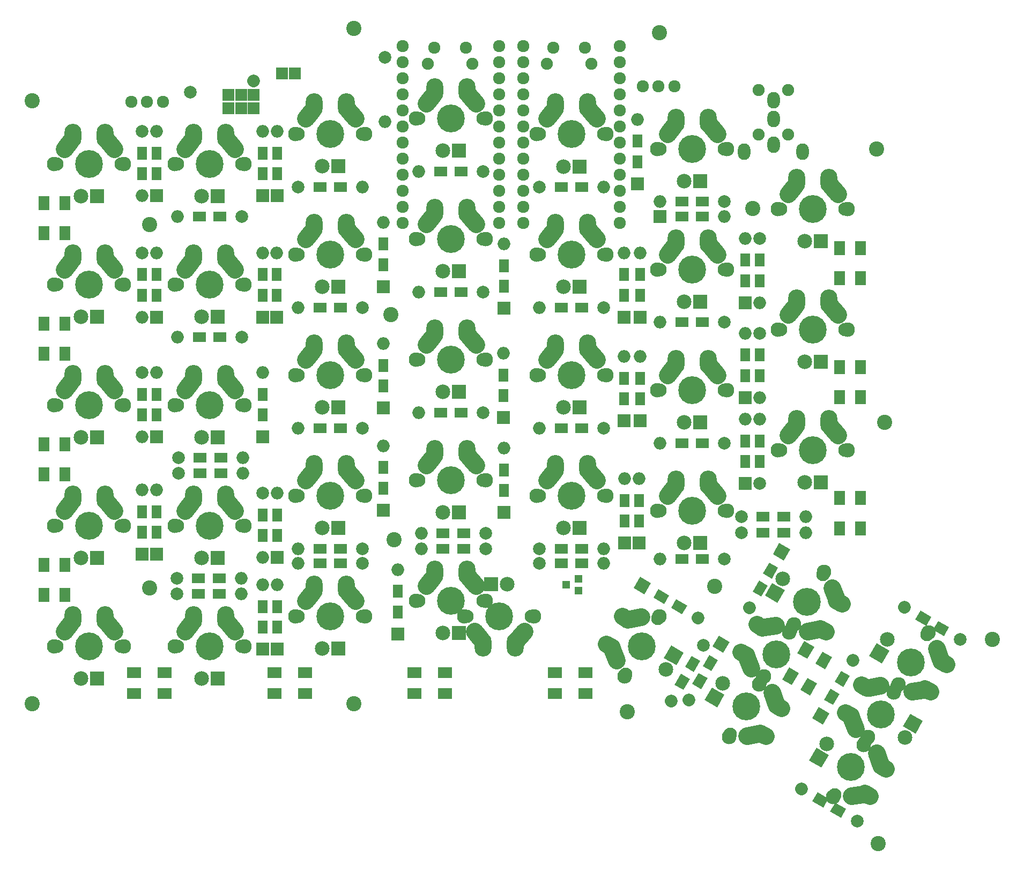
<source format=gbs>
G04 #@! TF.FileFunction,Soldermask,Bot*
%FSLAX46Y46*%
G04 Gerber Fmt 4.6, Leading zero omitted, Abs format (unit mm)*
G04 Created by KiCad (PCBNEW 4.0.7) date 07/12/18 18:39:29*
%MOMM*%
%LPD*%
G01*
G04 APERTURE LIST*
%ADD10C,0.100000*%
%ADD11C,2.400000*%
%ADD12C,4.400000*%
%ADD13C,2.300000*%
%ADD14C,2.800000*%
%ADD15O,2.700000X3.737000*%
%ADD16C,2.100000*%
%ADD17C,1.924000*%
%ADD18C,2.000000*%
%ADD19C,2.000000*%
%ADD20O,2.000000X2.000000*%
%ADD21R,1.924000X1.924000*%
%ADD22C,1.900000*%
%ADD23R,1.600000X2.000000*%
%ADD24R,2.000000X1.600000*%
%ADD25C,2.305000*%
%ADD26R,2.305000X2.305000*%
%ADD27R,1.300000X1.200000*%
%ADD28C,2.700000*%
%ADD29R,2.000000X2.000000*%
%ADD30R,1.800000X2.200000*%
%ADD31R,2.200000X1.800000*%
%ADD32O,2.000000X2.600000*%
G04 APERTURE END LIST*
D10*
D11*
X177038000Y-37211000D03*
X77978000Y-48006000D03*
X211328000Y-55626000D03*
X77978000Y-143256000D03*
X128778000Y-143256000D03*
X171958000Y-144526000D03*
X212598000Y-98806000D03*
X211582000Y-165354000D03*
X229616000Y-133096000D03*
D12*
X144145000Y-127031750D03*
D13*
X149645000Y-127031750D03*
X138645000Y-127031750D03*
D14*
X148083558Y-124644959D02*
X146926540Y-123266079D01*
X141363460Y-123266079D02*
X140206442Y-124644959D01*
D15*
X141625000Y-122531750D03*
X146665000Y-122531750D03*
D16*
X139065000Y-127031750D03*
X149225000Y-127031750D03*
D12*
X125095000Y-110363000D03*
D13*
X119595000Y-110363000D03*
X130595000Y-110363000D03*
D14*
X121156442Y-107976209D02*
X122313460Y-106597329D01*
X127876540Y-106597329D02*
X129033558Y-107976209D01*
D15*
X127615000Y-105863000D03*
X122575000Y-105863000D03*
D16*
X130175000Y-110363000D03*
X120015000Y-110363000D03*
D12*
X125095000Y-91313000D03*
D13*
X119595000Y-91313000D03*
X130595000Y-91313000D03*
D14*
X121156442Y-88926209D02*
X122313460Y-87547329D01*
X127876540Y-87547329D02*
X129033558Y-88926209D01*
D15*
X127615000Y-86813000D03*
X122575000Y-86813000D03*
D16*
X130175000Y-91313000D03*
X120015000Y-91313000D03*
D12*
X86995000Y-115125500D03*
D13*
X92495000Y-115125500D03*
X81495000Y-115125500D03*
D14*
X90933558Y-112738709D02*
X89776540Y-111359829D01*
X84213460Y-111359829D02*
X83056442Y-112738709D01*
D15*
X84475000Y-110625500D03*
X89515000Y-110625500D03*
D16*
X81915000Y-115125500D03*
X92075000Y-115125500D03*
D12*
X86995000Y-57975500D03*
D13*
X92495000Y-57975500D03*
X81495000Y-57975500D03*
D14*
X90933558Y-55588709D02*
X89776540Y-54209829D01*
X84213460Y-54209829D02*
X83056442Y-55588709D01*
D15*
X84475000Y-53475500D03*
X89515000Y-53475500D03*
D16*
X81915000Y-57975500D03*
X92075000Y-57975500D03*
D12*
X182245000Y-55594250D03*
D13*
X176745000Y-55594250D03*
X187745000Y-55594250D03*
D14*
X178306442Y-53207459D02*
X179463460Y-51828579D01*
X185026540Y-51828579D02*
X186183558Y-53207459D01*
D15*
X184765000Y-51094250D03*
X179725000Y-51094250D03*
D16*
X187325000Y-55594250D03*
X177165000Y-55594250D03*
D17*
X170815000Y-39370000D03*
X170815000Y-41910000D03*
X170815000Y-44450000D03*
X170815000Y-46990000D03*
X170815000Y-49530000D03*
X170815000Y-52070000D03*
X170815000Y-54610000D03*
X170815000Y-57150000D03*
X170815000Y-59690000D03*
X170815000Y-62230000D03*
X170815000Y-64770000D03*
X170815000Y-67310000D03*
X155575000Y-67310000D03*
X155575000Y-64770000D03*
X155575000Y-62230000D03*
X155575000Y-59690000D03*
X155575000Y-57150000D03*
X155575000Y-54610000D03*
X155575000Y-52070000D03*
X155575000Y-49530000D03*
X155575000Y-46990000D03*
X155575000Y-44450000D03*
X155575000Y-41910000D03*
X155575000Y-39370000D03*
D18*
X102997000Y-46609000D03*
D19*
X113002647Y-44844735D02*
X113002647Y-44844735D01*
D18*
X133731000Y-41148000D03*
D20*
X133731000Y-51308000D03*
D21*
X119491000Y-43688000D03*
X117491000Y-43688000D03*
D17*
X160314000Y-39624000D03*
X165314000Y-39624000D03*
D22*
X159314000Y-42124000D03*
X166314000Y-42124000D03*
D17*
X96139000Y-48133000D03*
X93639000Y-48133000D03*
X98639000Y-48133000D03*
X176911000Y-45720000D03*
X174411000Y-45720000D03*
X179411000Y-45720000D03*
X146518000Y-39624000D03*
X141518000Y-39624000D03*
D22*
X147518000Y-42124000D03*
X140518000Y-42124000D03*
D23*
X95377000Y-59542000D03*
D18*
X95377000Y-52832000D03*
D20*
X95377000Y-62992000D03*
D23*
X95377000Y-56282000D03*
D24*
X104415000Y-66294000D03*
D18*
X111125000Y-66294000D03*
D20*
X100965000Y-66294000D03*
D24*
X107675000Y-66294000D03*
X126725000Y-61595000D03*
D18*
X120015000Y-61595000D03*
D20*
X130175000Y-61595000D03*
D24*
X123465000Y-61595000D03*
X142515000Y-59182000D03*
D18*
X149225000Y-59182000D03*
D20*
X139065000Y-59182000D03*
D24*
X145775000Y-59182000D03*
X164825000Y-61595000D03*
D18*
X158115000Y-61595000D03*
D20*
X168275000Y-61595000D03*
D24*
X161565000Y-61595000D03*
X180615000Y-63881000D03*
D18*
X187325000Y-63881000D03*
D20*
X177165000Y-63881000D03*
D24*
X183875000Y-63881000D03*
D23*
X192913000Y-76433000D03*
D18*
X192913000Y-69723000D03*
D20*
X192913000Y-79883000D03*
D23*
X192913000Y-73173000D03*
X95377000Y-78719000D03*
D18*
X95377000Y-72009000D03*
D20*
X95377000Y-82169000D03*
D23*
X95377000Y-75459000D03*
D24*
X104415000Y-85344000D03*
D18*
X111125000Y-85344000D03*
D20*
X100965000Y-85344000D03*
D24*
X107675000Y-85344000D03*
X123465000Y-80645000D03*
D18*
X130175000Y-80645000D03*
D20*
X120015000Y-80645000D03*
D24*
X126725000Y-80645000D03*
X164825000Y-121031000D03*
D18*
X158115000Y-121031000D03*
D20*
X168275000Y-121031000D03*
D24*
X161565000Y-121031000D03*
X142515000Y-78232000D03*
D18*
X149225000Y-78232000D03*
D20*
X139065000Y-78232000D03*
D24*
X145775000Y-78232000D03*
X161565000Y-80645000D03*
D18*
X168275000Y-80645000D03*
D20*
X158115000Y-80645000D03*
D24*
X164825000Y-80645000D03*
X180615000Y-82931000D03*
D18*
X187325000Y-82931000D03*
D20*
X177165000Y-82931000D03*
D24*
X183875000Y-82931000D03*
D23*
X192913000Y-91419000D03*
D18*
X192913000Y-84709000D03*
D20*
X192913000Y-94869000D03*
D23*
X192913000Y-88159000D03*
X95377000Y-97642000D03*
D18*
X95377000Y-90932000D03*
D20*
X95377000Y-101092000D03*
D23*
X95377000Y-94382000D03*
D24*
X107802000Y-104394000D03*
D18*
X101092000Y-104394000D03*
D20*
X111252000Y-104394000D03*
D24*
X104542000Y-104394000D03*
X123465000Y-99695000D03*
D18*
X130175000Y-99695000D03*
D20*
X120015000Y-99695000D03*
D24*
X126725000Y-99695000D03*
X142515000Y-97282000D03*
D18*
X149225000Y-97282000D03*
D20*
X139065000Y-97282000D03*
D24*
X145775000Y-97282000D03*
X161565000Y-99695000D03*
D18*
X168275000Y-99695000D03*
D20*
X158115000Y-99695000D03*
D24*
X164825000Y-99695000D03*
X180615000Y-102108000D03*
D18*
X187325000Y-102108000D03*
D20*
X177165000Y-102108000D03*
D24*
X183875000Y-102108000D03*
D23*
X192913000Y-101748000D03*
D18*
X192913000Y-108458000D03*
D20*
X192913000Y-98298000D03*
D23*
X192913000Y-105008000D03*
D24*
X107802000Y-106807000D03*
D18*
X101092000Y-106807000D03*
D20*
X111252000Y-106807000D03*
D24*
X104542000Y-106807000D03*
D23*
X114427000Y-116692000D03*
D18*
X114427000Y-109982000D03*
D20*
X114427000Y-120142000D03*
D23*
X114427000Y-113432000D03*
D24*
X123465000Y-118745000D03*
D18*
X130175000Y-118745000D03*
D20*
X120015000Y-118745000D03*
D24*
X126725000Y-118745000D03*
X142896000Y-116332000D03*
D18*
X149606000Y-116332000D03*
D20*
X139446000Y-116332000D03*
D24*
X146156000Y-116332000D03*
X164825000Y-118745000D03*
D18*
X158115000Y-118745000D03*
D20*
X168275000Y-118745000D03*
D24*
X161565000Y-118745000D03*
X180615000Y-120396000D03*
D18*
X187325000Y-120396000D03*
D20*
X177165000Y-120396000D03*
D24*
X183875000Y-120396000D03*
D10*
G36*
X180475180Y-138530005D02*
X181860820Y-139330005D01*
X180860820Y-141062055D01*
X179475180Y-140262055D01*
X180475180Y-138530005D01*
X180475180Y-138530005D01*
G37*
D18*
X184023000Y-133985000D03*
D19*
X178943000Y-142783818D02*
X178943000Y-142783818D01*
D10*
G36*
X182105180Y-135706763D02*
X183490820Y-136506763D01*
X182490820Y-138238813D01*
X181105180Y-137438813D01*
X182105180Y-135706763D01*
X182105180Y-135706763D01*
G37*
D24*
X107548000Y-123444000D03*
D18*
X100838000Y-123444000D03*
D20*
X110998000Y-123444000D03*
D24*
X104288000Y-123444000D03*
X107548000Y-125857000D03*
D18*
X100838000Y-125857000D03*
D20*
X110998000Y-125857000D03*
D24*
X104288000Y-125857000D03*
X123465000Y-121031000D03*
D18*
X130175000Y-121031000D03*
D20*
X120015000Y-121031000D03*
D24*
X126725000Y-121031000D03*
X142896000Y-118745000D03*
D18*
X149606000Y-118745000D03*
D20*
X139446000Y-118745000D03*
D24*
X146156000Y-118745000D03*
D25*
X85725000Y-63055500D03*
D26*
X88265000Y-63055500D03*
D25*
X104775000Y-63055500D03*
D26*
X107315000Y-63055500D03*
D25*
X123825000Y-58293000D03*
D26*
X126365000Y-58293000D03*
D25*
X142875000Y-55911750D03*
D26*
X145415000Y-55911750D03*
D25*
X161925000Y-58420000D03*
D26*
X164465000Y-58420000D03*
D25*
X180975000Y-60674250D03*
D26*
X183515000Y-60674250D03*
D25*
X200025000Y-70199250D03*
D26*
X202565000Y-70199250D03*
D25*
X85725000Y-82105500D03*
D26*
X88265000Y-82105500D03*
D25*
X104775000Y-82105500D03*
D26*
X107315000Y-82105500D03*
D25*
X123825000Y-77343000D03*
D26*
X126365000Y-77343000D03*
D25*
X142875000Y-74961750D03*
D26*
X145415000Y-74961750D03*
D25*
X161925000Y-77343000D03*
D26*
X164465000Y-77343000D03*
D25*
X180975000Y-79724250D03*
D26*
X183515000Y-79724250D03*
D25*
X200025000Y-89249250D03*
D26*
X202565000Y-89249250D03*
D25*
X85725000Y-101155500D03*
D26*
X88265000Y-101155500D03*
D25*
X104775000Y-101155500D03*
D26*
X107315000Y-101155500D03*
D25*
X123825000Y-96393000D03*
D26*
X126365000Y-96393000D03*
D25*
X142875000Y-94011750D03*
D26*
X145415000Y-94011750D03*
D25*
X161925000Y-96393000D03*
D26*
X164465000Y-96393000D03*
D25*
X180975000Y-98774250D03*
D26*
X183515000Y-98774250D03*
D25*
X200025000Y-108299250D03*
D26*
X202565000Y-108299250D03*
D25*
X85725000Y-120205500D03*
D26*
X88265000Y-120205500D03*
D25*
X104775000Y-120205500D03*
D26*
X107315000Y-120205500D03*
D25*
X123825000Y-115443000D03*
D26*
X126365000Y-115443000D03*
D25*
X142875000Y-113061750D03*
D26*
X145415000Y-113061750D03*
D25*
X161925000Y-115443000D03*
D26*
X164465000Y-115443000D03*
D25*
X180975000Y-117824250D03*
D26*
X183515000Y-117824250D03*
D25*
X178056409Y-137815102D03*
D10*
G36*
X179748253Y-137189742D02*
X177752065Y-136037242D01*
X178904565Y-134041054D01*
X180900753Y-135193554D01*
X179748253Y-137189742D01*
X179748253Y-137189742D01*
G37*
D25*
X85725000Y-139255500D03*
D26*
X88265000Y-139255500D03*
D25*
X104775000Y-139255500D03*
D26*
X107315000Y-139255500D03*
D25*
X123825000Y-134493000D03*
D26*
X126365000Y-134493000D03*
D25*
X142875000Y-132111750D03*
D26*
X145415000Y-132111750D03*
D17*
X136525000Y-39370000D03*
X136525000Y-41910000D03*
X136525000Y-44450000D03*
X136525000Y-46990000D03*
X136525000Y-49530000D03*
X136525000Y-52070000D03*
X136525000Y-54610000D03*
X136525000Y-57150000D03*
X136525000Y-59690000D03*
X136525000Y-62230000D03*
X136525000Y-64770000D03*
X136525000Y-67310000D03*
X151765000Y-67310000D03*
X151765000Y-64770000D03*
X151765000Y-62230000D03*
X151765000Y-59690000D03*
X151765000Y-57150000D03*
X151765000Y-54610000D03*
X151765000Y-52070000D03*
X151765000Y-49530000D03*
X151765000Y-46990000D03*
X151765000Y-44450000D03*
X151765000Y-41910000D03*
X151765000Y-39370000D03*
D25*
X153035000Y-124333000D03*
D26*
X150495000Y-124333000D03*
D10*
G36*
X206112820Y-140615995D02*
X204727180Y-139815995D01*
X205727180Y-138083945D01*
X207112820Y-138883945D01*
X206112820Y-140615995D01*
X206112820Y-140615995D01*
G37*
G36*
X202931025Y-146527025D02*
X201198975Y-145527025D01*
X202198975Y-143794975D01*
X203931025Y-144794975D01*
X202931025Y-146527025D01*
X202931025Y-146527025D01*
G37*
D19*
X207645000Y-136362182D02*
X207645000Y-136362182D01*
D10*
G36*
X204482820Y-143439237D02*
X203097180Y-142639237D01*
X204097180Y-140907187D01*
X205482820Y-141707187D01*
X204482820Y-143439237D01*
X204482820Y-143439237D01*
G37*
D27*
X164322000Y-125410000D03*
X164322000Y-123510000D03*
X162322000Y-124460000D03*
D12*
X86995000Y-77025500D03*
D13*
X92495000Y-77025500D03*
X81495000Y-77025500D03*
D14*
X90933558Y-74638709D02*
X89776540Y-73259829D01*
X84213460Y-73259829D02*
X83056442Y-74638709D01*
D15*
X84475000Y-72525500D03*
X89515000Y-72525500D03*
D16*
X81915000Y-77025500D03*
X92075000Y-77025500D03*
D12*
X86995000Y-96075500D03*
D13*
X92495000Y-96075500D03*
X81495000Y-96075500D03*
D14*
X90933558Y-93688709D02*
X89776540Y-92309829D01*
X84213460Y-92309829D02*
X83056442Y-93688709D01*
D15*
X84475000Y-91575500D03*
X89515000Y-91575500D03*
D16*
X81915000Y-96075500D03*
X92075000Y-96075500D03*
D12*
X106045000Y-57975500D03*
D13*
X100545000Y-57975500D03*
X111545000Y-57975500D03*
D14*
X102106442Y-55588709D02*
X103263460Y-54209829D01*
X108826540Y-54209829D02*
X109983558Y-55588709D01*
D15*
X108565000Y-53475500D03*
X103525000Y-53475500D03*
D16*
X111125000Y-57975500D03*
X100965000Y-57975500D03*
D12*
X106045000Y-77025500D03*
D13*
X100545000Y-77025500D03*
X111545000Y-77025500D03*
D14*
X102106442Y-74638709D02*
X103263460Y-73259829D01*
X108826540Y-73259829D02*
X109983558Y-74638709D01*
D15*
X108565000Y-72525500D03*
X103525000Y-72525500D03*
D16*
X111125000Y-77025500D03*
X100965000Y-77025500D03*
D12*
X106045000Y-96075500D03*
D13*
X100545000Y-96075500D03*
X111545000Y-96075500D03*
D14*
X102106442Y-93688709D02*
X103263460Y-92309829D01*
X108826540Y-92309829D02*
X109983558Y-93688709D01*
D15*
X108565000Y-91575500D03*
X103525000Y-91575500D03*
D16*
X111125000Y-96075500D03*
X100965000Y-96075500D03*
D12*
X106045000Y-115125500D03*
D13*
X100545000Y-115125500D03*
X111545000Y-115125500D03*
D14*
X102106442Y-112738709D02*
X103263460Y-111359829D01*
X108826540Y-111359829D02*
X109983558Y-112738709D01*
D15*
X108565000Y-110625500D03*
X103525000Y-110625500D03*
D16*
X111125000Y-115125500D03*
X100965000Y-115125500D03*
D12*
X125095000Y-53213000D03*
D13*
X130595000Y-53213000D03*
X119595000Y-53213000D03*
D14*
X129033558Y-50826209D02*
X127876540Y-49447329D01*
X122313460Y-49447329D02*
X121156442Y-50826209D01*
D15*
X122575000Y-48713000D03*
X127615000Y-48713000D03*
D16*
X120015000Y-53213000D03*
X130175000Y-53213000D03*
D12*
X125095000Y-72263000D03*
D13*
X130595000Y-72263000D03*
X119595000Y-72263000D03*
D14*
X129033558Y-69876209D02*
X127876540Y-68497329D01*
X122313460Y-68497329D02*
X121156442Y-69876209D01*
D15*
X122575000Y-67763000D03*
X127615000Y-67763000D03*
D16*
X120015000Y-72263000D03*
X130175000Y-72263000D03*
D12*
X144145000Y-50831750D03*
D13*
X138645000Y-50831750D03*
X149645000Y-50831750D03*
D14*
X140206442Y-48444959D02*
X141363460Y-47066079D01*
X146926540Y-47066079D02*
X148083558Y-48444959D01*
D15*
X146665000Y-46331750D03*
X141625000Y-46331750D03*
D16*
X149225000Y-50831750D03*
X139065000Y-50831750D03*
D12*
X144145000Y-69881750D03*
D13*
X138645000Y-69881750D03*
X149645000Y-69881750D03*
D14*
X140206442Y-67494959D02*
X141363460Y-66116079D01*
X146926540Y-66116079D02*
X148083558Y-67494959D01*
D15*
X146665000Y-65381750D03*
X141625000Y-65381750D03*
D16*
X149225000Y-69881750D03*
X139065000Y-69881750D03*
D12*
X144145000Y-88931750D03*
D13*
X138645000Y-88931750D03*
X149645000Y-88931750D03*
D14*
X140206442Y-86544959D02*
X141363460Y-85166079D01*
X146926540Y-85166079D02*
X148083558Y-86544959D01*
D15*
X146665000Y-84431750D03*
X141625000Y-84431750D03*
D16*
X149225000Y-88931750D03*
X139065000Y-88931750D03*
D12*
X144145000Y-107981750D03*
D13*
X138645000Y-107981750D03*
X149645000Y-107981750D03*
D14*
X140206442Y-105594959D02*
X141363460Y-104216079D01*
X146926540Y-104216079D02*
X148083558Y-105594959D01*
D15*
X146665000Y-103481750D03*
X141625000Y-103481750D03*
D16*
X149225000Y-107981750D03*
X139065000Y-107981750D03*
D12*
X163195000Y-53213000D03*
D13*
X157695000Y-53213000D03*
X168695000Y-53213000D03*
D14*
X159256442Y-50826209D02*
X160413460Y-49447329D01*
X165976540Y-49447329D02*
X167133558Y-50826209D01*
D15*
X165715000Y-48713000D03*
X160675000Y-48713000D03*
D16*
X168275000Y-53213000D03*
X158115000Y-53213000D03*
D12*
X163195000Y-72263000D03*
D13*
X157695000Y-72263000D03*
X168695000Y-72263000D03*
D14*
X159256442Y-69876209D02*
X160413460Y-68497329D01*
X165976540Y-68497329D02*
X167133558Y-69876209D01*
D15*
X165715000Y-67763000D03*
X160675000Y-67763000D03*
D16*
X168275000Y-72263000D03*
X158115000Y-72263000D03*
D12*
X163195000Y-91313000D03*
D13*
X157695000Y-91313000D03*
X168695000Y-91313000D03*
D14*
X159256442Y-88926209D02*
X160413460Y-87547329D01*
X165976540Y-87547329D02*
X167133558Y-88926209D01*
D15*
X165715000Y-86813000D03*
X160675000Y-86813000D03*
D16*
X168275000Y-91313000D03*
X158115000Y-91313000D03*
D12*
X163195000Y-110363000D03*
D13*
X157695000Y-110363000D03*
X168695000Y-110363000D03*
D14*
X159256442Y-107976209D02*
X160413460Y-106597329D01*
X165976540Y-106597329D02*
X167133558Y-107976209D01*
D15*
X165715000Y-105863000D03*
X160675000Y-105863000D03*
D16*
X168275000Y-110363000D03*
X158115000Y-110363000D03*
D12*
X182245000Y-74644250D03*
D13*
X187745000Y-74644250D03*
X176745000Y-74644250D03*
D14*
X186183558Y-72257459D02*
X185026540Y-70878579D01*
X179463460Y-70878579D02*
X178306442Y-72257459D01*
D15*
X179725000Y-70144250D03*
X184765000Y-70144250D03*
D16*
X177165000Y-74644250D03*
X187325000Y-74644250D03*
D12*
X182245000Y-93694250D03*
D13*
X187745000Y-93694250D03*
X176745000Y-93694250D03*
D14*
X186183558Y-91307459D02*
X185026540Y-89928579D01*
X179463460Y-89928579D02*
X178306442Y-91307459D01*
D15*
X179725000Y-89194250D03*
X184765000Y-89194250D03*
D16*
X177165000Y-93694250D03*
X187325000Y-93694250D03*
D12*
X182245000Y-112744250D03*
D13*
X187745000Y-112744250D03*
X176745000Y-112744250D03*
D14*
X186183558Y-110357459D02*
X185026540Y-108978579D01*
X179463460Y-108978579D02*
X178306442Y-110357459D01*
D15*
X179725000Y-108244250D03*
X184765000Y-108244250D03*
D16*
X177165000Y-112744250D03*
X187325000Y-112744250D03*
D12*
X201295000Y-65119250D03*
D13*
X195795000Y-65119250D03*
X206795000Y-65119250D03*
D14*
X197356442Y-62732459D02*
X198513460Y-61353579D01*
X204076540Y-61353579D02*
X205233558Y-62732459D01*
D15*
X203815000Y-60619250D03*
X198775000Y-60619250D03*
D16*
X206375000Y-65119250D03*
X196215000Y-65119250D03*
D12*
X201295000Y-84169250D03*
D13*
X195795000Y-84169250D03*
X206795000Y-84169250D03*
D14*
X197356442Y-81782459D02*
X198513460Y-80403579D01*
X204076540Y-80403579D02*
X205233558Y-81782459D01*
D15*
X203815000Y-79669250D03*
X198775000Y-79669250D03*
D16*
X206375000Y-84169250D03*
X196215000Y-84169250D03*
D12*
X201295000Y-103219250D03*
D13*
X195795000Y-103219250D03*
X206795000Y-103219250D03*
D14*
X197356442Y-100832459D02*
X198513460Y-99453579D01*
X204076540Y-99453579D02*
X205233558Y-100832459D01*
D15*
X203815000Y-98719250D03*
X198775000Y-98719250D03*
D16*
X206375000Y-103219250D03*
X196215000Y-103219250D03*
D12*
X200315000Y-127202300D03*
D13*
X203065000Y-122439160D03*
X197565000Y-131965440D03*
D14*
X204351301Y-124984805D02*
X204966937Y-126676251D01*
X202185397Y-131494020D02*
X200412743Y-131806586D01*
D28*
X203401148Y-131893934D02*
X202503080Y-131375434D01*
X205921148Y-127529166D02*
X205023080Y-127010666D01*
D16*
X197775000Y-131601709D03*
X202855000Y-122802891D03*
D12*
X86995000Y-134175500D03*
D13*
X92495000Y-134175500D03*
X81495000Y-134175500D03*
D14*
X90933558Y-131788709D02*
X89776540Y-130409829D01*
X84213460Y-130409829D02*
X83056442Y-131788709D01*
D15*
X84475000Y-129675500D03*
X89515000Y-129675500D03*
D16*
X81915000Y-134175500D03*
X92075000Y-134175500D03*
D12*
X106045000Y-134175500D03*
D13*
X100545000Y-134175500D03*
X111545000Y-134175500D03*
D14*
X102106442Y-131788709D02*
X103263460Y-130409829D01*
X108826540Y-130409829D02*
X109983558Y-131788709D01*
D15*
X108565000Y-129675500D03*
X103525000Y-129675500D03*
D16*
X111125000Y-134175500D03*
X100965000Y-134175500D03*
D12*
X125095000Y-129413000D03*
D13*
X130595000Y-129413000D03*
X119595000Y-129413000D03*
D14*
X129033558Y-127026209D02*
X127876540Y-125647329D01*
X122313460Y-125647329D02*
X121156442Y-127026209D01*
D15*
X122575000Y-124913000D03*
X127615000Y-124913000D03*
D16*
X120015000Y-129413000D03*
X130175000Y-129413000D03*
D12*
X174292000Y-134175250D03*
D13*
X171542000Y-138938390D03*
X177042000Y-129412110D03*
D14*
X170255699Y-136392745D02*
X169640063Y-134701299D01*
X172421603Y-129883530D02*
X174194257Y-129570964D01*
D28*
X171205852Y-129483616D02*
X172103920Y-130002116D01*
X168685852Y-133848384D02*
X169583920Y-134366884D01*
D16*
X176832000Y-129775841D03*
X171752000Y-138574659D03*
D12*
X190790000Y-143700300D03*
D13*
X193540000Y-138937160D03*
X188040000Y-148463440D03*
D14*
X194826301Y-141482805D02*
X195441937Y-143174251D01*
X192660397Y-147992020D02*
X190887743Y-148304586D01*
D28*
X193876148Y-148391934D02*
X192978080Y-147873434D01*
X196396148Y-144027166D02*
X195498080Y-143508666D01*
D16*
X188250000Y-148099709D03*
X193330000Y-139300891D03*
D12*
X195552500Y-135451250D03*
D13*
X192802500Y-140214390D03*
X198302500Y-130688110D03*
D14*
X191516199Y-137668745D02*
X190900563Y-135977299D01*
X193682103Y-131159530D02*
X195454757Y-130846964D01*
D28*
X192466352Y-130759616D02*
X193364420Y-131278116D01*
X189946352Y-135124384D02*
X190844420Y-135642884D01*
D16*
X198092500Y-131051841D03*
X193012500Y-139850659D03*
D12*
X151765000Y-129413000D03*
D13*
X157265000Y-129413000D03*
X146265000Y-129413000D03*
D14*
X155703558Y-131799791D02*
X154546540Y-133178671D01*
X148983460Y-133178671D02*
X147826442Y-131799791D01*
D15*
X149245000Y-133913000D03*
X154285000Y-133913000D03*
D16*
X146685000Y-129413000D03*
X156845000Y-129413000D03*
D12*
X216813000Y-136727350D03*
D13*
X219563000Y-131964210D03*
X214063000Y-141490490D03*
D14*
X220849301Y-134509855D02*
X221464937Y-136201301D01*
X218683397Y-141019070D02*
X216910743Y-141331636D01*
D28*
X219899148Y-141418984D02*
X219001080Y-140900484D01*
X222419148Y-137054216D02*
X221521080Y-136535716D01*
D16*
X214273000Y-141126759D03*
X219353000Y-132327941D03*
D12*
X212050500Y-144976300D03*
D13*
X209300500Y-149739440D03*
X214800500Y-140213160D03*
D14*
X208014199Y-147193795D02*
X207398563Y-145502349D01*
X210180103Y-140684580D02*
X211952757Y-140372014D01*
D28*
X208964352Y-140284666D02*
X209862420Y-140803166D01*
X206444352Y-144649434D02*
X207342420Y-145167934D01*
D16*
X214590500Y-140576891D03*
X209510500Y-149375709D03*
D12*
X207288000Y-153225350D03*
D13*
X210038000Y-148462210D03*
X204538000Y-157988490D03*
D14*
X211324301Y-151007855D02*
X211939937Y-152699301D01*
X209158397Y-157517070D02*
X207385743Y-157829636D01*
D28*
X210374148Y-157916984D02*
X209476080Y-157398484D01*
X212894148Y-153552216D02*
X211996080Y-153033716D01*
D16*
X204748000Y-157624759D03*
X209828000Y-148825941D03*
D21*
X112998000Y-47032000D03*
X110998000Y-47032000D03*
X108998000Y-47032000D03*
X112998000Y-49191000D03*
X110998000Y-49191000D03*
X108998000Y-49191000D03*
D25*
X196550591Y-123562448D03*
D10*
G36*
X194858747Y-124187808D02*
X196854935Y-125340308D01*
X195702435Y-127336496D01*
X193706247Y-126183996D01*
X194858747Y-124187808D01*
X194858747Y-124187808D01*
G37*
D25*
X213048591Y-133087498D03*
D10*
G36*
X211356747Y-133712858D02*
X213352935Y-134865358D01*
X212200435Y-136861546D01*
X210204247Y-135709046D01*
X211356747Y-133712858D01*
X211356747Y-133712858D01*
G37*
D25*
X187025591Y-140060448D03*
D10*
G36*
X185333747Y-140685808D02*
X187329935Y-141838308D01*
X186177435Y-143834496D01*
X184181247Y-142681996D01*
X185333747Y-140685808D01*
X185333747Y-140685808D01*
G37*
D25*
X203523591Y-149585498D03*
D10*
G36*
X201831747Y-150210858D02*
X203827935Y-151363358D01*
X202675435Y-153359546D01*
X200679247Y-152207046D01*
X201831747Y-150210858D01*
X201831747Y-150210858D01*
G37*
D24*
X196702000Y-113665000D03*
D18*
X189992000Y-113665000D03*
D20*
X200152000Y-113665000D03*
D24*
X193442000Y-113665000D03*
D10*
G36*
X219990995Y-129548180D02*
X219190995Y-130933820D01*
X217458945Y-129933820D01*
X218258945Y-128548180D01*
X219990995Y-129548180D01*
X219990995Y-129548180D01*
G37*
D18*
X224536000Y-133096000D03*
D19*
X215737182Y-128016000D02*
X215737182Y-128016000D01*
D10*
G36*
X222814237Y-131178180D02*
X222014237Y-132563820D01*
X220282187Y-131563820D01*
X221082187Y-130178180D01*
X222814237Y-131178180D01*
X222814237Y-131178180D01*
G37*
D24*
X196702000Y-116205000D03*
D18*
X189992000Y-116205000D03*
D20*
X200152000Y-116205000D03*
D24*
X193442000Y-116205000D03*
D10*
G36*
X203734995Y-158250180D02*
X202934995Y-159635820D01*
X201202945Y-158635820D01*
X202002945Y-157250180D01*
X203734995Y-158250180D01*
X203734995Y-158250180D01*
G37*
D18*
X208280000Y-161798000D03*
D19*
X199481182Y-156718000D02*
X199481182Y-156718000D01*
D10*
G36*
X206558237Y-159880180D02*
X205758237Y-161265820D01*
X204026187Y-160265820D01*
X204826187Y-158880180D01*
X206558237Y-159880180D01*
X206558237Y-159880180D01*
G37*
D25*
X215814909Y-148616152D03*
D10*
G36*
X217506753Y-147990792D02*
X215510565Y-146838292D01*
X216663065Y-144842104D01*
X218659253Y-145994604D01*
X217506753Y-147990792D01*
X217506753Y-147990792D01*
G37*
D23*
X97663000Y-56282000D03*
D29*
X97663000Y-62992000D03*
D20*
X97663000Y-52832000D03*
D23*
X97663000Y-59542000D03*
X97663000Y-75459000D03*
D29*
X97663000Y-82169000D03*
D20*
X97663000Y-72009000D03*
D23*
X97663000Y-78719000D03*
X97663000Y-94382000D03*
D29*
X97663000Y-101092000D03*
D20*
X97663000Y-90932000D03*
D23*
X97663000Y-97642000D03*
X95377000Y-112924000D03*
D29*
X95377000Y-119634000D03*
D20*
X95377000Y-109474000D03*
D23*
X95377000Y-116184000D03*
X114427000Y-56282000D03*
D29*
X114427000Y-62992000D03*
D20*
X114427000Y-52832000D03*
D23*
X114427000Y-59542000D03*
X114427000Y-75459000D03*
D29*
X114427000Y-82169000D03*
D20*
X114427000Y-72009000D03*
D23*
X114427000Y-78719000D03*
X114427000Y-94382000D03*
D29*
X114427000Y-101092000D03*
D20*
X114427000Y-90932000D03*
D23*
X114427000Y-97642000D03*
X116713000Y-113432000D03*
D29*
X116713000Y-120142000D03*
D20*
X116713000Y-109982000D03*
D23*
X116713000Y-116692000D03*
X116713000Y-56282000D03*
D29*
X116713000Y-62992000D03*
D20*
X116713000Y-52832000D03*
D23*
X116713000Y-59542000D03*
X116586000Y-75459000D03*
D29*
X116586000Y-82169000D03*
D20*
X116586000Y-72009000D03*
D23*
X116586000Y-78719000D03*
X133477000Y-89810000D03*
D29*
X133477000Y-96520000D03*
D20*
X133477000Y-86360000D03*
D23*
X133477000Y-93070000D03*
X133477000Y-105939000D03*
D29*
X133477000Y-112649000D03*
D20*
X133477000Y-102489000D03*
D23*
X133477000Y-109199000D03*
X133477000Y-70633000D03*
D29*
X133477000Y-77343000D03*
D20*
X133477000Y-67183000D03*
D23*
X133477000Y-73893000D03*
X152527000Y-74062000D03*
D29*
X152527000Y-80772000D03*
D20*
X152527000Y-70612000D03*
D23*
X152527000Y-77322000D03*
X152400000Y-91334000D03*
D29*
X152400000Y-98044000D03*
D20*
X152400000Y-87884000D03*
D23*
X152400000Y-94594000D03*
X152527000Y-106320000D03*
D29*
X152527000Y-113030000D03*
D20*
X152527000Y-102870000D03*
D23*
X152527000Y-109580000D03*
X173609000Y-54377000D03*
D29*
X173609000Y-61087000D03*
D20*
X173609000Y-50927000D03*
D23*
X173609000Y-57637000D03*
X171450000Y-75459000D03*
D29*
X171450000Y-82169000D03*
D20*
X171450000Y-72009000D03*
D23*
X171450000Y-78719000D03*
X171450000Y-91842000D03*
D29*
X171450000Y-98552000D03*
D20*
X171450000Y-88392000D03*
D23*
X171450000Y-95102000D03*
X171577000Y-111146000D03*
D29*
X171577000Y-117856000D03*
D20*
X171577000Y-107696000D03*
D23*
X171577000Y-114406000D03*
D24*
X183875000Y-66294000D03*
D29*
X177165000Y-66294000D03*
D20*
X187325000Y-66294000D03*
D24*
X180615000Y-66294000D03*
D23*
X173990000Y-75459000D03*
D29*
X173990000Y-82169000D03*
D20*
X173990000Y-72009000D03*
D23*
X173990000Y-78719000D03*
X173990000Y-91842000D03*
D29*
X173990000Y-98552000D03*
D20*
X173990000Y-88392000D03*
D23*
X173990000Y-95102000D03*
X173863000Y-111146000D03*
D29*
X173863000Y-117856000D03*
D20*
X173863000Y-107696000D03*
D23*
X173863000Y-114406000D03*
X190627000Y-73173000D03*
D29*
X190627000Y-79883000D03*
D20*
X190627000Y-69723000D03*
D23*
X190627000Y-76433000D03*
X190627000Y-88159000D03*
D29*
X190627000Y-94869000D03*
D20*
X190627000Y-84709000D03*
D23*
X190627000Y-91419000D03*
X190627000Y-101748000D03*
D29*
X190627000Y-108458000D03*
D20*
X190627000Y-98298000D03*
D23*
X190627000Y-105008000D03*
D10*
G36*
X192794180Y-123798005D02*
X194179820Y-124598005D01*
X193179820Y-126330055D01*
X191794180Y-125530055D01*
X192794180Y-123798005D01*
X192794180Y-123798005D01*
G37*
G36*
X195975975Y-117886975D02*
X197708025Y-118886975D01*
X196708025Y-120619025D01*
X194975975Y-119619025D01*
X195975975Y-117886975D01*
X195975975Y-117886975D01*
G37*
D19*
X191262000Y-128051818D02*
X191262000Y-128051818D01*
D10*
G36*
X194424180Y-120974763D02*
X195809820Y-121774763D01*
X194809820Y-123506813D01*
X193424180Y-122706813D01*
X194424180Y-120974763D01*
X194424180Y-120974763D01*
G37*
D23*
X97663000Y-112924000D03*
D29*
X97663000Y-119634000D03*
D20*
X97663000Y-109474000D03*
D23*
X97663000Y-116184000D03*
X114427000Y-127910000D03*
D29*
X114427000Y-134620000D03*
D20*
X114427000Y-124460000D03*
D23*
X114427000Y-131170000D03*
X116713000Y-127910000D03*
D29*
X116713000Y-134620000D03*
D20*
X116713000Y-124460000D03*
D23*
X116713000Y-131170000D03*
X135763000Y-125497000D03*
D29*
X135763000Y-132207000D03*
D20*
X135763000Y-122047000D03*
D23*
X135763000Y-128757000D03*
D10*
G36*
X178916005Y-128134820D02*
X179716005Y-126749180D01*
X181448055Y-127749180D01*
X180648055Y-129134820D01*
X178916005Y-128134820D01*
X178916005Y-128134820D01*
G37*
G36*
X173004975Y-124953025D02*
X174004975Y-123220975D01*
X175737025Y-124220975D01*
X174737025Y-125953025D01*
X173004975Y-124953025D01*
X173004975Y-124953025D01*
G37*
D19*
X183169818Y-129667000D02*
X183169818Y-129667000D01*
D10*
G36*
X176092763Y-126504820D02*
X176892763Y-125119180D01*
X178624813Y-126119180D01*
X177824813Y-127504820D01*
X176092763Y-126504820D01*
X176092763Y-126504820D01*
G37*
G36*
X183269180Y-138403005D02*
X184654820Y-139203005D01*
X183654820Y-140935055D01*
X182269180Y-140135055D01*
X183269180Y-138403005D01*
X183269180Y-138403005D01*
G37*
G36*
X186450975Y-132491975D02*
X188183025Y-133491975D01*
X187183025Y-135224025D01*
X185450975Y-134224025D01*
X186450975Y-132491975D01*
X186450975Y-132491975D01*
G37*
D19*
X181737000Y-142656818D02*
X181737000Y-142656818D01*
D10*
G36*
X184899180Y-135579763D02*
X186284820Y-136379763D01*
X185284820Y-138111813D01*
X183899180Y-137311813D01*
X184899180Y-135579763D01*
X184899180Y-135579763D01*
G37*
D30*
X83184000Y-68948000D03*
X79884000Y-68948000D03*
X79884000Y-64148000D03*
X83184000Y-64148000D03*
X83184000Y-87998000D03*
X79884000Y-87998000D03*
X79884000Y-83198000D03*
X83184000Y-83198000D03*
X83184000Y-107048000D03*
X79884000Y-107048000D03*
X79884000Y-102248000D03*
X83184000Y-102248000D03*
X83184000Y-126098000D03*
X79884000Y-126098000D03*
X79884000Y-121298000D03*
X83184000Y-121298000D03*
D31*
X98920000Y-138304000D03*
X98920000Y-141604000D03*
X94120000Y-141604000D03*
X94120000Y-138304000D03*
X121060333Y-138304000D03*
X121060333Y-141604000D03*
X116260333Y-141604000D03*
X116260333Y-138304000D03*
X143200667Y-138304000D03*
X143200667Y-141604000D03*
X138400667Y-141604000D03*
X138400667Y-138304000D03*
X165341000Y-138304000D03*
X165341000Y-141604000D03*
X160541000Y-141604000D03*
X160541000Y-138304000D03*
D10*
G36*
X201506481Y-134261911D02*
X200406481Y-136167167D01*
X198847635Y-135267167D01*
X199947635Y-133361911D01*
X201506481Y-134261911D01*
X201506481Y-134261911D01*
G37*
G36*
X204364365Y-135911911D02*
X203264365Y-137817167D01*
X201705519Y-136917167D01*
X202805519Y-135011911D01*
X204364365Y-135911911D01*
X204364365Y-135911911D01*
G37*
G36*
X201964365Y-140068833D02*
X200864365Y-141974089D01*
X199305519Y-141074089D01*
X200405519Y-139168833D01*
X201964365Y-140068833D01*
X201964365Y-140068833D01*
G37*
G36*
X199106481Y-138418833D02*
X198006481Y-140324089D01*
X196447635Y-139424089D01*
X197547635Y-137518833D01*
X199106481Y-138418833D01*
X199106481Y-138418833D01*
G37*
D30*
X205487000Y-110757000D03*
X208787000Y-110757000D03*
X208787000Y-115557000D03*
X205487000Y-115557000D03*
X205487000Y-90056000D03*
X208787000Y-90056000D03*
X208787000Y-94856000D03*
X205487000Y-94856000D03*
X205487000Y-71260000D03*
X208787000Y-71260000D03*
X208787000Y-76060000D03*
X205487000Y-76060000D03*
D22*
X197372000Y-53304000D03*
X197372000Y-46304000D03*
D32*
X199672000Y-56004000D03*
X190472000Y-56004000D03*
X195072000Y-54904000D03*
X195072000Y-47904000D03*
D22*
X192772000Y-53304000D03*
X192772000Y-46304000D03*
D32*
X195072000Y-50904000D03*
D11*
X128778000Y-36576000D03*
X135128000Y-117348000D03*
X96520000Y-124968000D03*
X96520000Y-67564000D03*
X185801000Y-124714000D03*
X191770000Y-65024000D03*
X134620000Y-81788000D03*
M02*

</source>
